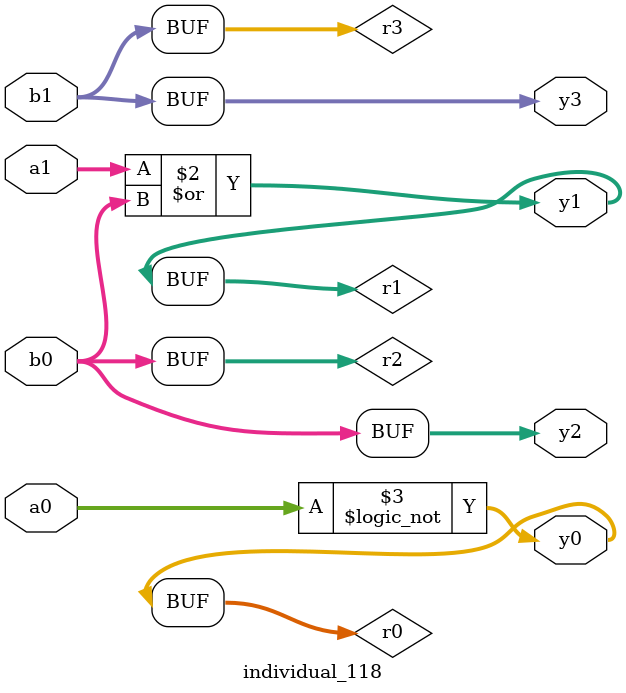
<source format=sv>
module individual_118(input logic [15:0] a1, input logic [15:0] a0, input logic [15:0] b1, input logic [15:0] b0, output logic [15:0] y3, output logic [15:0] y2, output logic [15:0] y1, output logic [15:0] y0);
logic [15:0] r0, r1, r2, r3; 
 always@(*) begin 
	 r0 = a0; r1 = a1; r2 = b0; r3 = b1; 
 	 r1  |=  r2 ;
 	 r0 = ! r0 ;
 	 y3 = r3; y2 = r2; y1 = r1; y0 = r0; 
end
endmodule
</source>
